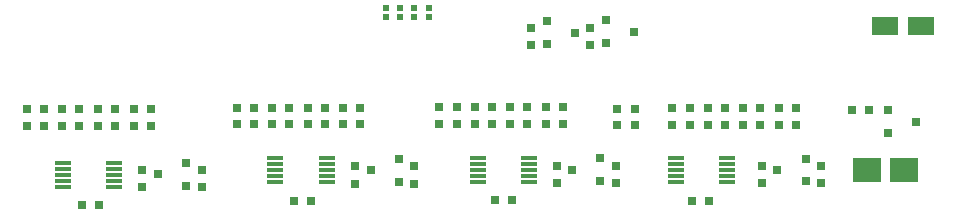
<source format=gbr>
%TF.GenerationSoftware,Altium Limited,Altium Designer,24.8.2 (39)*%
G04 Layer_Color=8421504*
%FSLAX45Y45*%
%MOMM*%
%TF.SameCoordinates,FC40D359-564B-479C-ACF9-AE4C40DE52D9*%
%TF.FilePolarity,Positive*%
%TF.FileFunction,Paste,Top*%
%TF.Part,Single*%
G01*
G75*
%TA.AperFunction,SMDPad,CuDef*%
%ADD10R,0.80000X0.65000*%
%ADD11R,1.45000X0.30000*%
%ADD12R,0.65000X0.80000*%
%ADD13R,0.80000X0.80000*%
%ADD14R,0.50000X0.50000*%
%ADD15R,2.45000X2.15000*%
%ADD16R,0.80000X0.80000*%
%ADD17R,2.20000X1.60000*%
D10*
X9990000Y3720000D02*
D03*
Y3865000D02*
D03*
X9487500Y3720000D02*
D03*
Y3865000D02*
D03*
X11290000Y3752500D02*
D03*
Y3897500D02*
D03*
X11790000Y3752500D02*
D03*
Y3897500D02*
D03*
X12995000Y3757500D02*
D03*
Y3902500D02*
D03*
X13495000Y3757500D02*
D03*
Y3902500D02*
D03*
X14732500Y3755000D02*
D03*
Y3900000D02*
D03*
X15232500Y3755000D02*
D03*
Y3900000D02*
D03*
X12780000Y5072500D02*
D03*
Y4927500D02*
D03*
X13280000Y5072500D02*
D03*
Y4927500D02*
D03*
D11*
X9247500Y3725000D02*
D03*
Y3775000D02*
D03*
Y3825000D02*
D03*
Y3875000D02*
D03*
Y3925000D02*
D03*
X8812500Y3725000D02*
D03*
Y3775000D02*
D03*
Y3825000D02*
D03*
Y3875000D02*
D03*
Y3925000D02*
D03*
X14005000Y3965000D02*
D03*
Y3915000D02*
D03*
Y3865000D02*
D03*
Y3815000D02*
D03*
Y3765000D02*
D03*
X14439999Y3965000D02*
D03*
Y3915000D02*
D03*
Y3865000D02*
D03*
Y3815000D02*
D03*
Y3765000D02*
D03*
X11047500D02*
D03*
Y3815000D02*
D03*
Y3865000D02*
D03*
Y3915000D02*
D03*
Y3965000D02*
D03*
X10612500Y3765000D02*
D03*
Y3815000D02*
D03*
Y3865000D02*
D03*
Y3915000D02*
D03*
Y3965000D02*
D03*
X12762500Y3770000D02*
D03*
Y3820000D02*
D03*
Y3870000D02*
D03*
Y3920000D02*
D03*
Y3970000D02*
D03*
X12327500Y3770000D02*
D03*
Y3820000D02*
D03*
Y3870000D02*
D03*
Y3920000D02*
D03*
Y3970000D02*
D03*
D12*
X9562500Y4385000D02*
D03*
X9417500D02*
D03*
X9115000D02*
D03*
X9260000D02*
D03*
X8955000D02*
D03*
X8810000D02*
D03*
X8507500D02*
D03*
X8652500D02*
D03*
X9115000Y4242500D02*
D03*
X9260000D02*
D03*
X9562500D02*
D03*
X9417500D02*
D03*
X8955000D02*
D03*
X8810000D02*
D03*
X8507500D02*
D03*
X8652500D02*
D03*
X9122500Y3570000D02*
D03*
X8977500D02*
D03*
X14120000Y4390000D02*
D03*
X13975000D02*
D03*
X14275000D02*
D03*
X14420000D02*
D03*
X14875000Y4250000D02*
D03*
X15020000D02*
D03*
X14720000D02*
D03*
X14575000D02*
D03*
X14720000Y4390000D02*
D03*
X14575000D02*
D03*
X14275000Y4250000D02*
D03*
X14420000D02*
D03*
X14120000D02*
D03*
X13975000D02*
D03*
X14875000Y4390000D02*
D03*
X15020000D02*
D03*
X15642500Y4372500D02*
D03*
X15497501D02*
D03*
X10287500Y4395000D02*
D03*
X10432500D02*
D03*
X10732500D02*
D03*
X10587500D02*
D03*
X10887500D02*
D03*
X11032500D02*
D03*
X11332500D02*
D03*
X11187500D02*
D03*
X12002500Y4400000D02*
D03*
X12147500D02*
D03*
X12447500D02*
D03*
X12302500D02*
D03*
X12602500D02*
D03*
X12747500D02*
D03*
X13047501D02*
D03*
X12902499D02*
D03*
X13655000Y4247500D02*
D03*
X13510001D02*
D03*
X13655000Y4387500D02*
D03*
X13510001D02*
D03*
X10287500Y4255000D02*
D03*
X10432500D02*
D03*
X10732500D02*
D03*
X10587500D02*
D03*
X10887500D02*
D03*
X11032500D02*
D03*
X11332500D02*
D03*
X11187500D02*
D03*
X10912500Y3605000D02*
D03*
X10767500D02*
D03*
X12002500Y4260000D02*
D03*
X12147500D02*
D03*
X12447500D02*
D03*
X12302500D02*
D03*
X12602500D02*
D03*
X12747500D02*
D03*
X13047501D02*
D03*
X12902499D02*
D03*
X12617500Y3610000D02*
D03*
X12472500D02*
D03*
X14285001Y3605000D02*
D03*
X14139999D02*
D03*
D13*
X9617500Y3830000D02*
D03*
X9857500Y3925000D02*
D03*
Y3735000D02*
D03*
X13364999Y3775000D02*
D03*
Y3965000D02*
D03*
X13125000Y3870000D02*
D03*
X11420000Y3865000D02*
D03*
X11660000Y3960000D02*
D03*
Y3770000D02*
D03*
X14862500Y3867500D02*
D03*
X15102499Y3962500D02*
D03*
Y3772500D02*
D03*
X13150000Y5030000D02*
D03*
X12910001Y4935000D02*
D03*
Y5125000D02*
D03*
X13650000Y5040000D02*
D03*
X13410001Y4945000D02*
D03*
Y5135000D02*
D03*
D14*
X11912500Y5160000D02*
D03*
Y5238900D02*
D03*
X11670000D02*
D03*
Y5160000D02*
D03*
X11550000Y5161100D02*
D03*
Y5240000D02*
D03*
X11790000Y5160000D02*
D03*
Y5238900D02*
D03*
D15*
X15622501Y3865000D02*
D03*
X15937500D02*
D03*
D16*
X16039999Y4277500D02*
D03*
X15800000Y4182500D02*
D03*
Y4372500D02*
D03*
D17*
X16077499Y5085000D02*
D03*
X15777499D02*
D03*
%TF.MD5,36f437c4a1d08c51c8a367e2e8c4e504*%
M02*

</source>
